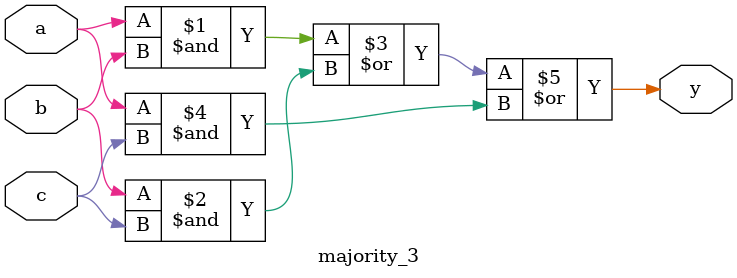
<source format=v>
module majority_3(
input a,b,c,
output y
);

assign y=(a&b) | (b&c) | (a&c);
endmodule


</source>
